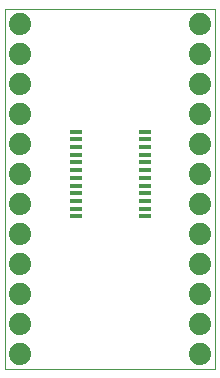
<source format=gts>
G75*
G70*
%OFA0B0*%
%FSLAX24Y24*%
%IPPOS*%
%LPD*%
%AMOC8*
5,1,8,0,0,1.08239X$1,22.5*
%
%ADD10C,0.0000*%
%ADD11R,0.0430X0.0160*%
%ADD12C,0.0740*%
D10*
X000100Y000100D02*
X000100Y012100D01*
X007100Y012100D01*
X007100Y000100D01*
X000100Y000100D01*
D11*
X002451Y005193D03*
X002451Y005448D03*
X002451Y005704D03*
X002451Y005960D03*
X002451Y006216D03*
X002451Y006472D03*
X002451Y006728D03*
X002451Y006984D03*
X002451Y007240D03*
X002451Y007496D03*
X002451Y007752D03*
X002451Y008007D03*
X004749Y008007D03*
X004749Y007752D03*
X004749Y007496D03*
X004749Y007240D03*
X004749Y006984D03*
X004749Y006728D03*
X004749Y006472D03*
X004749Y006216D03*
X004749Y005960D03*
X004749Y005704D03*
X004749Y005448D03*
X004749Y005193D03*
D12*
X006600Y005600D03*
X006600Y004600D03*
X006600Y003600D03*
X006600Y002600D03*
X006600Y001600D03*
X006600Y000600D03*
X006600Y006600D03*
X006600Y007600D03*
X006600Y008600D03*
X006600Y009600D03*
X006600Y010600D03*
X006600Y011600D03*
X000600Y011600D03*
X000600Y010600D03*
X000600Y009600D03*
X000600Y008600D03*
X000600Y007600D03*
X000600Y006600D03*
X000600Y005600D03*
X000600Y004600D03*
X000600Y003600D03*
X000600Y002600D03*
X000600Y001600D03*
X000600Y000600D03*
M02*

</source>
